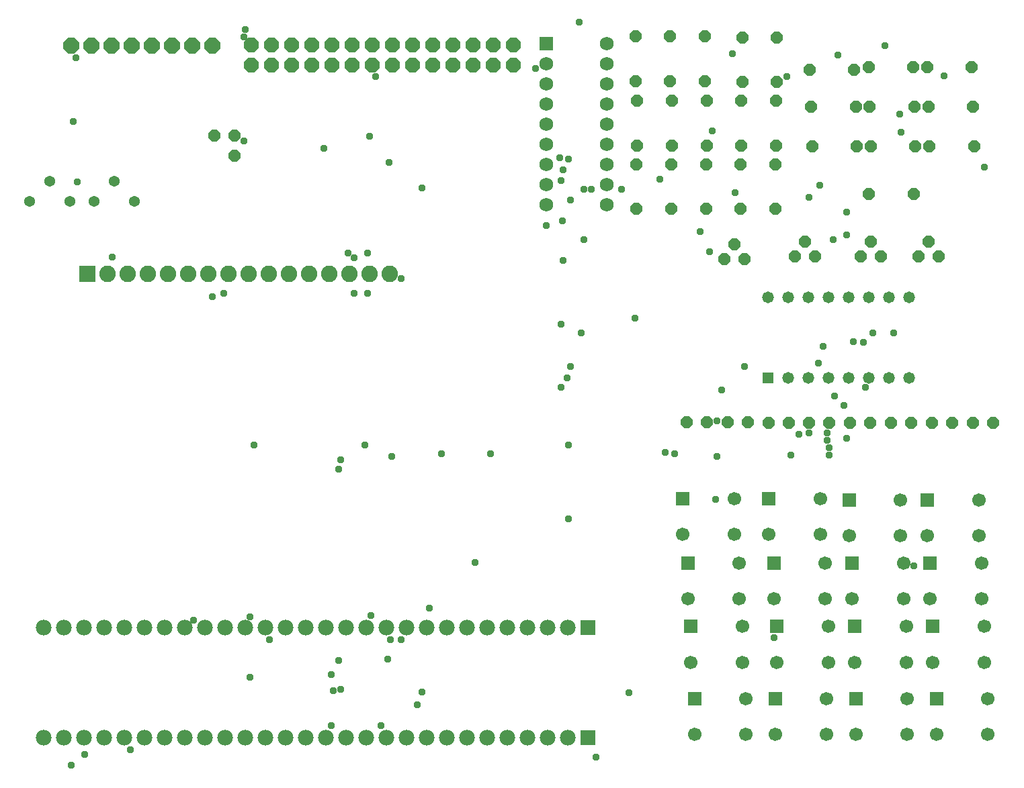
<source format=gbr>
G04 EAGLE Gerber RS-274X export*
G75*
%MOMM*%
%FSLAX34Y34*%
%LPD*%
%INSoldermask Top*%
%IPPOS*%
%AMOC8*
5,1,8,0,0,1.08239X$1,22.5*%
G01*
%ADD10R,1.473200X1.473200*%
%ADD11C,1.473200*%
%ADD12R,1.727200X1.727200*%
%ADD13C,1.727200*%
%ADD14R,1.981200X1.981200*%
%ADD15C,1.981200*%
%ADD16P,2.034460X8X22.500000*%
%ADD17P,2.144431X8X112.500000*%
%ADD18R,2.082800X2.082800*%
%ADD19C,2.082800*%
%ADD20P,1.649562X8X22.500000*%
%ADD21P,1.649562X8X112.500000*%
%ADD22P,1.649562X8X202.500000*%
%ADD23C,1.371200*%
%ADD24C,1.701200*%
%ADD25R,1.701200X1.701200*%
%ADD26C,0.959600*%


D10*
X1005000Y529900D03*
D11*
X1030400Y529900D03*
X1055800Y529900D03*
X1081200Y529900D03*
X1106600Y529900D03*
X1132000Y529900D03*
X1157400Y529900D03*
X1182800Y529900D03*
X1182800Y631500D03*
X1157400Y631500D03*
X1132000Y631500D03*
X1106600Y631500D03*
X1081200Y631500D03*
X1055800Y631500D03*
X1030400Y631500D03*
X1005000Y631500D03*
D12*
X725100Y951300D03*
D13*
X725100Y925900D03*
X725100Y900500D03*
X725100Y875100D03*
X725100Y849700D03*
X725100Y824300D03*
X725100Y798900D03*
X725100Y773500D03*
X725100Y748100D03*
X801300Y748100D03*
X801300Y773500D03*
X801300Y798900D03*
X801300Y824300D03*
X801300Y849700D03*
X801300Y875100D03*
X801300Y900500D03*
X801300Y925900D03*
X801300Y951300D03*
D14*
X777600Y75800D03*
D15*
X752200Y75800D03*
X726800Y75800D03*
X701400Y75800D03*
X676000Y75800D03*
X650600Y75800D03*
X625200Y75800D03*
X599800Y75800D03*
X574400Y75800D03*
X549000Y75800D03*
X523600Y75800D03*
X498200Y75800D03*
X472800Y75800D03*
X447400Y75800D03*
X422000Y75800D03*
X396600Y75800D03*
X371200Y75800D03*
X345800Y75800D03*
X320400Y75800D03*
X295000Y75800D03*
X269600Y75800D03*
X244200Y75800D03*
X218800Y75800D03*
X193400Y75800D03*
X168000Y75800D03*
X142600Y75800D03*
X117200Y75800D03*
X91800Y75800D03*
D14*
X777600Y214700D03*
D15*
X752200Y214700D03*
X726800Y214700D03*
X701400Y214700D03*
X676000Y214700D03*
X650600Y214700D03*
X625200Y214700D03*
X599800Y214700D03*
X574400Y214700D03*
X549000Y214700D03*
X523600Y214700D03*
X498200Y214700D03*
X472800Y214700D03*
X447400Y214700D03*
X422000Y214700D03*
X396600Y214700D03*
X371200Y214700D03*
X345800Y214700D03*
X320400Y214700D03*
X295000Y214700D03*
X269600Y214700D03*
X244200Y214700D03*
X218800Y214700D03*
X193400Y214700D03*
X168000Y214700D03*
X142600Y214700D03*
X117200Y214700D03*
X91800Y214700D03*
D16*
X353700Y924400D03*
X353700Y949800D03*
X379100Y924400D03*
X379100Y949800D03*
X404500Y924400D03*
X404500Y949800D03*
X429900Y924400D03*
X429900Y949800D03*
X455300Y924400D03*
X455300Y949800D03*
X480700Y924400D03*
X480700Y949800D03*
X506100Y924400D03*
X506100Y949800D03*
X531500Y924400D03*
X531500Y949800D03*
X556900Y924400D03*
X556900Y949800D03*
X582300Y924400D03*
X582300Y949800D03*
X607700Y924400D03*
X607700Y949800D03*
X633100Y924400D03*
X633100Y949800D03*
X658500Y924400D03*
X658500Y949800D03*
X683900Y924400D03*
X683900Y949800D03*
D17*
X126700Y949500D03*
X152100Y949500D03*
X177500Y949500D03*
X202900Y949500D03*
X228300Y949500D03*
X253700Y949500D03*
X279100Y949500D03*
X304500Y949500D03*
D18*
X146600Y660900D03*
D19*
X172000Y660900D03*
X197400Y660900D03*
X222800Y660900D03*
X248200Y660900D03*
X273600Y660900D03*
X299000Y660900D03*
X324400Y660900D03*
X349800Y660900D03*
X375200Y660900D03*
X400600Y660900D03*
X426000Y660900D03*
X451400Y660900D03*
X476800Y660900D03*
X502200Y660900D03*
X527600Y660900D03*
D20*
X1263100Y473000D03*
X1288500Y473000D03*
X1211500Y473000D03*
X1236900Y473000D03*
X1159900Y473000D03*
X1185300Y473000D03*
X1108300Y473000D03*
X1133700Y473000D03*
X1056700Y473000D03*
X1082100Y473000D03*
X1005100Y473000D03*
X1030500Y473000D03*
X954100Y473800D03*
X979500Y473800D03*
X902500Y473800D03*
X927900Y473800D03*
D21*
X837500Y904400D03*
X837500Y960600D03*
X1015000Y823300D03*
X1015000Y879500D03*
X838800Y743300D03*
X838800Y799500D03*
X882600Y743300D03*
X882600Y799500D03*
X926400Y743300D03*
X926400Y799500D03*
X970200Y743300D03*
X970200Y799500D03*
X1014000Y743300D03*
X1014000Y799500D03*
D22*
X1113200Y918700D03*
X1057000Y918700D03*
X1187600Y922200D03*
X1131400Y922200D03*
X1261400Y922200D03*
X1205200Y922200D03*
X1115200Y872200D03*
X1059000Y872200D03*
D21*
X881300Y904400D03*
X881300Y960600D03*
D22*
X1189000Y872200D03*
X1132800Y872200D03*
X1262800Y872200D03*
X1206600Y872200D03*
X1116600Y822200D03*
X1060400Y822200D03*
X1190400Y822200D03*
X1134200Y822200D03*
X1264200Y822200D03*
X1208000Y822200D03*
X1188000Y762200D03*
X1131800Y762200D03*
D23*
X74500Y752600D03*
X99900Y778000D03*
X125300Y752600D03*
X155600Y752600D03*
X181000Y778000D03*
X206400Y752600D03*
D21*
X925100Y904400D03*
X925100Y960600D03*
X972200Y903300D03*
X972200Y959500D03*
X1016000Y903300D03*
X1016000Y959500D03*
X839800Y823300D03*
X839800Y879500D03*
X883600Y823300D03*
X883600Y879500D03*
X927400Y823300D03*
X927400Y879500D03*
X971200Y823300D03*
X971200Y879500D03*
D24*
X897500Y332400D03*
D25*
X897500Y377400D03*
D24*
X962500Y332400D03*
X962500Y377400D03*
X1015600Y171300D03*
D25*
X1015600Y216300D03*
D24*
X1080600Y171300D03*
X1080600Y216300D03*
X1114000Y171300D03*
D25*
X1114000Y216300D03*
D24*
X1179000Y171300D03*
X1179000Y216300D03*
X1212400Y171300D03*
D25*
X1212400Y216300D03*
D24*
X1277400Y171300D03*
X1277400Y216300D03*
X1216800Y80200D03*
D25*
X1216800Y125200D03*
D24*
X1281800Y80200D03*
X1281800Y125200D03*
X1115200Y80200D03*
D25*
X1115200Y125200D03*
D24*
X1180200Y80200D03*
X1180200Y125200D03*
X1013600Y80200D03*
D25*
X1013600Y125200D03*
D24*
X1078600Y80200D03*
X1078600Y125200D03*
X912000Y80200D03*
D25*
X912000Y125200D03*
D24*
X977000Y80200D03*
X977000Y125200D03*
X1005900Y332400D03*
D25*
X1005900Y377400D03*
D24*
X1070900Y332400D03*
X1070900Y377400D03*
X1106800Y331300D03*
D25*
X1106800Y376300D03*
D24*
X1171800Y331300D03*
X1171800Y376300D03*
X1205200Y331300D03*
D25*
X1205200Y376300D03*
D24*
X1270200Y331300D03*
X1270200Y376300D03*
X903600Y251300D03*
D25*
X903600Y296300D03*
D24*
X968600Y251300D03*
X968600Y296300D03*
X1012000Y251300D03*
D25*
X1012000Y296300D03*
D24*
X1077000Y251300D03*
X1077000Y296300D03*
X1110400Y251300D03*
D25*
X1110400Y296300D03*
D24*
X1175400Y251300D03*
X1175400Y296300D03*
X1208800Y251300D03*
D25*
X1208800Y296300D03*
D24*
X1273800Y251300D03*
X1273800Y296300D03*
X907200Y171300D03*
D25*
X907200Y216300D03*
D24*
X972200Y171300D03*
X972200Y216300D03*
D20*
X975100Y679500D03*
X962400Y698550D03*
X949700Y679500D03*
X1064100Y683000D03*
X1051400Y702050D03*
X1038700Y683000D03*
X1147100Y683000D03*
X1134400Y702050D03*
X1121700Y683000D03*
X1220100Y683000D03*
X1207400Y702050D03*
X1194700Y683000D03*
X306700Y835300D03*
X332100Y809900D03*
X332100Y835300D03*
D26*
X1078992Y460248D03*
X344424Y829056D03*
X868680Y780288D03*
X819912Y768096D03*
X755904Y754380D03*
X454152Y91440D03*
X528828Y199644D03*
X1127760Y518160D03*
X445008Y819912D03*
X918972Y714756D03*
X504444Y230124D03*
X711708Y920496D03*
X510540Y909828D03*
X129540Y853440D03*
X466344Y426720D03*
X483108Y637032D03*
X499872Y637032D03*
X725424Y722376D03*
X752856Y806196D03*
X745236Y728472D03*
X496824Y445008D03*
X132588Y934212D03*
X134112Y777240D03*
X178308Y682752D03*
X352044Y152400D03*
X344424Y960120D03*
X376428Y199644D03*
X352044Y228600D03*
X356616Y445008D03*
X483108Y681228D03*
X527304Y801624D03*
X345948Y969264D03*
X457200Y135636D03*
X454152Y155448D03*
X525780Y175260D03*
X542544Y199644D03*
X592836Y434340D03*
X655320Y434340D03*
X751332Y530352D03*
X746760Y678180D03*
X772668Y704088D03*
X772668Y768096D03*
X755904Y544068D03*
X742188Y807720D03*
X836676Y605028D03*
X781812Y768096D03*
X743712Y778764D03*
X1056132Y757428D03*
X1028700Y909828D03*
X963168Y763524D03*
X931164Y688848D03*
X940308Y475488D03*
X940308Y431292D03*
X562356Y117348D03*
X769620Y586740D03*
X463296Y414528D03*
X516636Y91440D03*
X568452Y769620D03*
X502920Y835152D03*
X1088136Y507492D03*
X1100328Y495300D03*
X1103376Y454152D03*
X1277112Y795528D03*
X934212Y841248D03*
X746760Y792480D03*
X874776Y435864D03*
X1033272Y432816D03*
X568452Y134112D03*
X766572Y978408D03*
X304800Y632460D03*
X1152144Y949452D03*
X1226820Y911352D03*
X1011936Y202692D03*
X829056Y132588D03*
X1069848Y772668D03*
X1103376Y739140D03*
X1136904Y586740D03*
X1162812Y586740D03*
X1170432Y862584D03*
X1171956Y839724D03*
X743712Y597408D03*
X743712Y518160D03*
X635508Y297180D03*
X577596Y239268D03*
X1124712Y574548D03*
X1074420Y569976D03*
X975360Y544068D03*
X946404Y515112D03*
X886968Y434340D03*
X1112520Y576072D03*
X1056132Y460248D03*
X1078992Y451104D03*
X126492Y41148D03*
X1092708Y937260D03*
X960120Y938784D03*
X1082040Y441960D03*
X143256Y54864D03*
X787908Y51816D03*
X201168Y60960D03*
X938784Y376428D03*
X1188720Y292608D03*
X530352Y431292D03*
X463296Y173736D03*
X466344Y137160D03*
X1103376Y710184D03*
X1086612Y704088D03*
X1068324Y548640D03*
X1043940Y458724D03*
X280416Y224028D03*
X318516Y637032D03*
X475488Y687324D03*
X499872Y687324D03*
X542544Y655320D03*
X752856Y445008D03*
X752856Y352044D03*
X1082040Y432816D03*
M02*

</source>
